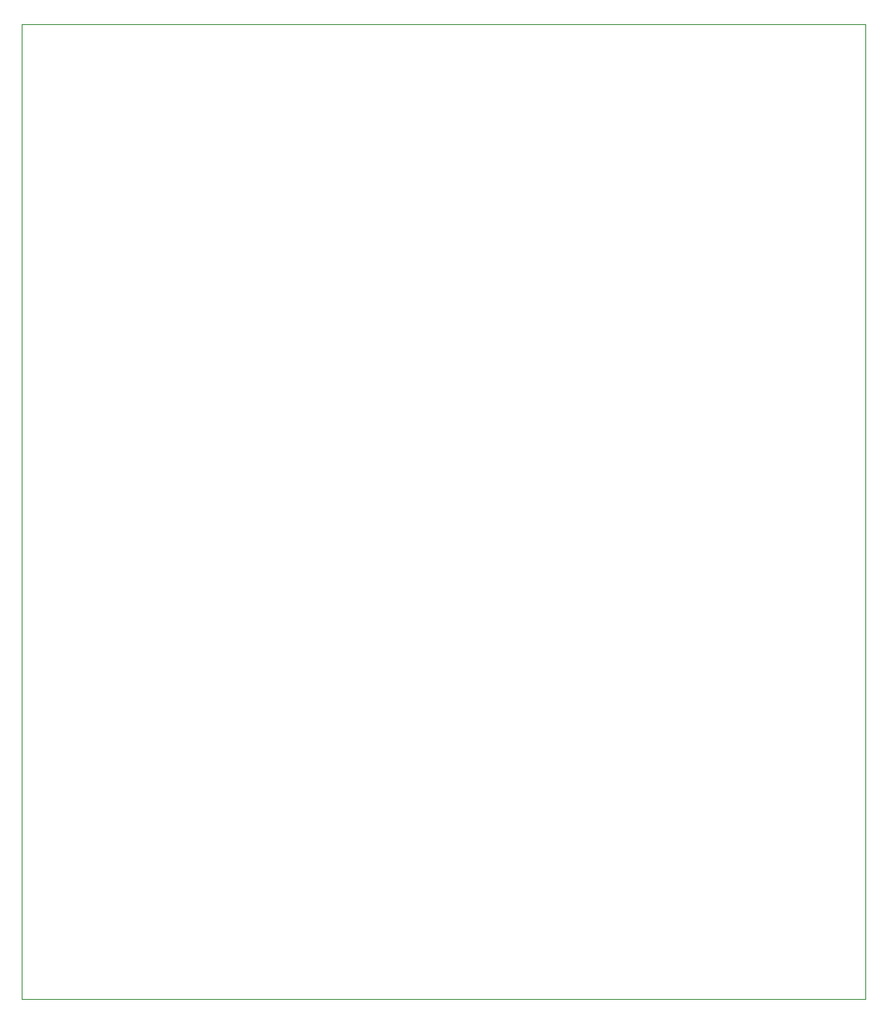
<source format=gbr>
%TF.GenerationSoftware,KiCad,Pcbnew,8.0.5*%
%TF.CreationDate,2024-10-19T01:04:11-04:00*%
%TF.ProjectId,hackpad,6861636b-7061-4642-9e6b-696361645f70,rev?*%
%TF.SameCoordinates,Original*%
%TF.FileFunction,Profile,NP*%
%FSLAX46Y46*%
G04 Gerber Fmt 4.6, Leading zero omitted, Abs format (unit mm)*
G04 Created by KiCad (PCBNEW 8.0.5) date 2024-10-19 01:04:11*
%MOMM*%
%LPD*%
G01*
G04 APERTURE LIST*
%TA.AperFunction,Profile*%
%ADD10C,0.050000*%
%TD*%
G04 APERTURE END LIST*
D10*
X138112500Y-25600000D02*
X223837500Y-25600000D01*
X223837500Y-124600000D01*
X138112500Y-124600000D01*
X138112500Y-25600000D01*
M02*

</source>
